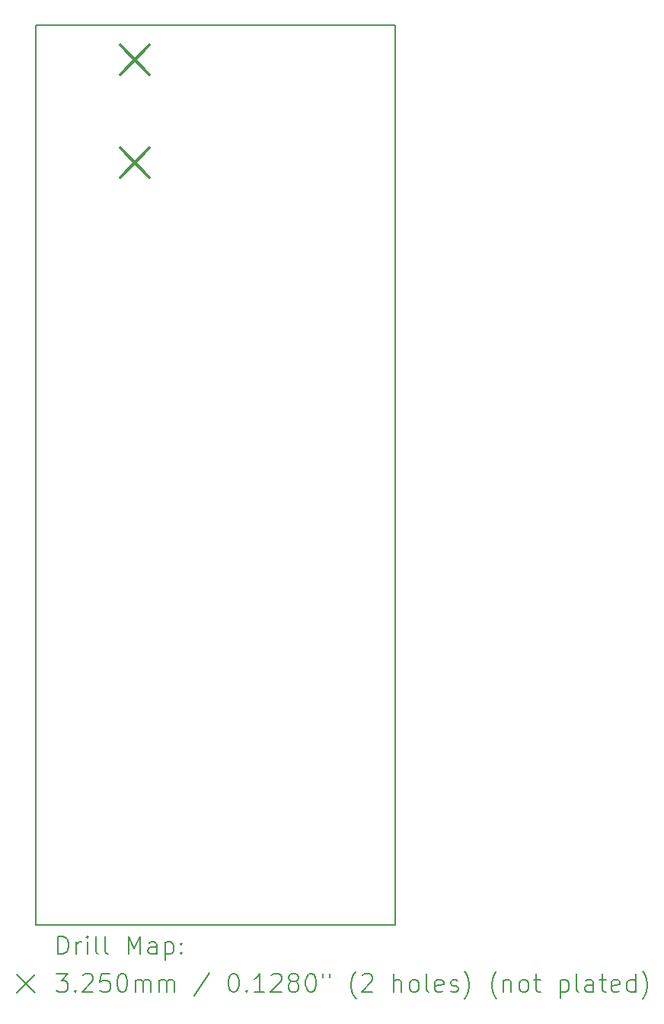
<source format=gbr>
%TF.GenerationSoftware,KiCad,Pcbnew,8.0.1*%
%TF.CreationDate,2024-10-08T23:28:39-07:00*%
%TF.ProjectId,POEPico,504f4550-6963-46f2-9e6b-696361645f70,rev?*%
%TF.SameCoordinates,Original*%
%TF.FileFunction,Drillmap*%
%TF.FilePolarity,Positive*%
%FSLAX45Y45*%
G04 Gerber Fmt 4.5, Leading zero omitted, Abs format (unit mm)*
G04 Created by KiCad (PCBNEW 8.0.1) date 2024-10-08 23:28:39*
%MOMM*%
%LPD*%
G01*
G04 APERTURE LIST*
%ADD10C,0.200000*%
%ADD11C,0.325000*%
G04 APERTURE END LIST*
D10*
X11436150Y-2546663D02*
X15436150Y-2546663D01*
X15436150Y-12546663D01*
X11436150Y-12546663D01*
X11436150Y-2546663D01*
D11*
X12376340Y-2767263D02*
X12701340Y-3092263D01*
X12701340Y-2767263D02*
X12376340Y-3092263D01*
X12376340Y-3910263D02*
X12701340Y-4235263D01*
X12701340Y-3910263D02*
X12376340Y-4235263D01*
D10*
X11686927Y-12868147D02*
X11686927Y-12668147D01*
X11686927Y-12668147D02*
X11734546Y-12668147D01*
X11734546Y-12668147D02*
X11763117Y-12677670D01*
X11763117Y-12677670D02*
X11782165Y-12696718D01*
X11782165Y-12696718D02*
X11791689Y-12715766D01*
X11791689Y-12715766D02*
X11801213Y-12753861D01*
X11801213Y-12753861D02*
X11801213Y-12782432D01*
X11801213Y-12782432D02*
X11791689Y-12820528D01*
X11791689Y-12820528D02*
X11782165Y-12839575D01*
X11782165Y-12839575D02*
X11763117Y-12858623D01*
X11763117Y-12858623D02*
X11734546Y-12868147D01*
X11734546Y-12868147D02*
X11686927Y-12868147D01*
X11886927Y-12868147D02*
X11886927Y-12734813D01*
X11886927Y-12772909D02*
X11896451Y-12753861D01*
X11896451Y-12753861D02*
X11905974Y-12744337D01*
X11905974Y-12744337D02*
X11925022Y-12734813D01*
X11925022Y-12734813D02*
X11944070Y-12734813D01*
X12010736Y-12868147D02*
X12010736Y-12734813D01*
X12010736Y-12668147D02*
X12001213Y-12677670D01*
X12001213Y-12677670D02*
X12010736Y-12687194D01*
X12010736Y-12687194D02*
X12020260Y-12677670D01*
X12020260Y-12677670D02*
X12010736Y-12668147D01*
X12010736Y-12668147D02*
X12010736Y-12687194D01*
X12134546Y-12868147D02*
X12115498Y-12858623D01*
X12115498Y-12858623D02*
X12105974Y-12839575D01*
X12105974Y-12839575D02*
X12105974Y-12668147D01*
X12239308Y-12868147D02*
X12220260Y-12858623D01*
X12220260Y-12858623D02*
X12210736Y-12839575D01*
X12210736Y-12839575D02*
X12210736Y-12668147D01*
X12467879Y-12868147D02*
X12467879Y-12668147D01*
X12467879Y-12668147D02*
X12534546Y-12811004D01*
X12534546Y-12811004D02*
X12601213Y-12668147D01*
X12601213Y-12668147D02*
X12601213Y-12868147D01*
X12782165Y-12868147D02*
X12782165Y-12763385D01*
X12782165Y-12763385D02*
X12772641Y-12744337D01*
X12772641Y-12744337D02*
X12753594Y-12734813D01*
X12753594Y-12734813D02*
X12715498Y-12734813D01*
X12715498Y-12734813D02*
X12696451Y-12744337D01*
X12782165Y-12858623D02*
X12763117Y-12868147D01*
X12763117Y-12868147D02*
X12715498Y-12868147D01*
X12715498Y-12868147D02*
X12696451Y-12858623D01*
X12696451Y-12858623D02*
X12686927Y-12839575D01*
X12686927Y-12839575D02*
X12686927Y-12820528D01*
X12686927Y-12820528D02*
X12696451Y-12801480D01*
X12696451Y-12801480D02*
X12715498Y-12791956D01*
X12715498Y-12791956D02*
X12763117Y-12791956D01*
X12763117Y-12791956D02*
X12782165Y-12782432D01*
X12877403Y-12734813D02*
X12877403Y-12934813D01*
X12877403Y-12744337D02*
X12896451Y-12734813D01*
X12896451Y-12734813D02*
X12934546Y-12734813D01*
X12934546Y-12734813D02*
X12953594Y-12744337D01*
X12953594Y-12744337D02*
X12963117Y-12753861D01*
X12963117Y-12753861D02*
X12972641Y-12772909D01*
X12972641Y-12772909D02*
X12972641Y-12830051D01*
X12972641Y-12830051D02*
X12963117Y-12849099D01*
X12963117Y-12849099D02*
X12953594Y-12858623D01*
X12953594Y-12858623D02*
X12934546Y-12868147D01*
X12934546Y-12868147D02*
X12896451Y-12868147D01*
X12896451Y-12868147D02*
X12877403Y-12858623D01*
X13058355Y-12849099D02*
X13067879Y-12858623D01*
X13067879Y-12858623D02*
X13058355Y-12868147D01*
X13058355Y-12868147D02*
X13048832Y-12858623D01*
X13048832Y-12858623D02*
X13058355Y-12849099D01*
X13058355Y-12849099D02*
X13058355Y-12868147D01*
X13058355Y-12744337D02*
X13067879Y-12753861D01*
X13067879Y-12753861D02*
X13058355Y-12763385D01*
X13058355Y-12763385D02*
X13048832Y-12753861D01*
X13048832Y-12753861D02*
X13058355Y-12744337D01*
X13058355Y-12744337D02*
X13058355Y-12763385D01*
X11226150Y-13096663D02*
X11426150Y-13296663D01*
X11426150Y-13096663D02*
X11226150Y-13296663D01*
X11667879Y-13088147D02*
X11791689Y-13088147D01*
X11791689Y-13088147D02*
X11725022Y-13164337D01*
X11725022Y-13164337D02*
X11753594Y-13164337D01*
X11753594Y-13164337D02*
X11772641Y-13173861D01*
X11772641Y-13173861D02*
X11782165Y-13183385D01*
X11782165Y-13183385D02*
X11791689Y-13202432D01*
X11791689Y-13202432D02*
X11791689Y-13250051D01*
X11791689Y-13250051D02*
X11782165Y-13269099D01*
X11782165Y-13269099D02*
X11772641Y-13278623D01*
X11772641Y-13278623D02*
X11753594Y-13288147D01*
X11753594Y-13288147D02*
X11696451Y-13288147D01*
X11696451Y-13288147D02*
X11677403Y-13278623D01*
X11677403Y-13278623D02*
X11667879Y-13269099D01*
X11877403Y-13269099D02*
X11886927Y-13278623D01*
X11886927Y-13278623D02*
X11877403Y-13288147D01*
X11877403Y-13288147D02*
X11867879Y-13278623D01*
X11867879Y-13278623D02*
X11877403Y-13269099D01*
X11877403Y-13269099D02*
X11877403Y-13288147D01*
X11963117Y-13107194D02*
X11972641Y-13097670D01*
X11972641Y-13097670D02*
X11991689Y-13088147D01*
X11991689Y-13088147D02*
X12039308Y-13088147D01*
X12039308Y-13088147D02*
X12058355Y-13097670D01*
X12058355Y-13097670D02*
X12067879Y-13107194D01*
X12067879Y-13107194D02*
X12077403Y-13126242D01*
X12077403Y-13126242D02*
X12077403Y-13145289D01*
X12077403Y-13145289D02*
X12067879Y-13173861D01*
X12067879Y-13173861D02*
X11953594Y-13288147D01*
X11953594Y-13288147D02*
X12077403Y-13288147D01*
X12258355Y-13088147D02*
X12163117Y-13088147D01*
X12163117Y-13088147D02*
X12153594Y-13183385D01*
X12153594Y-13183385D02*
X12163117Y-13173861D01*
X12163117Y-13173861D02*
X12182165Y-13164337D01*
X12182165Y-13164337D02*
X12229784Y-13164337D01*
X12229784Y-13164337D02*
X12248832Y-13173861D01*
X12248832Y-13173861D02*
X12258355Y-13183385D01*
X12258355Y-13183385D02*
X12267879Y-13202432D01*
X12267879Y-13202432D02*
X12267879Y-13250051D01*
X12267879Y-13250051D02*
X12258355Y-13269099D01*
X12258355Y-13269099D02*
X12248832Y-13278623D01*
X12248832Y-13278623D02*
X12229784Y-13288147D01*
X12229784Y-13288147D02*
X12182165Y-13288147D01*
X12182165Y-13288147D02*
X12163117Y-13278623D01*
X12163117Y-13278623D02*
X12153594Y-13269099D01*
X12391689Y-13088147D02*
X12410736Y-13088147D01*
X12410736Y-13088147D02*
X12429784Y-13097670D01*
X12429784Y-13097670D02*
X12439308Y-13107194D01*
X12439308Y-13107194D02*
X12448832Y-13126242D01*
X12448832Y-13126242D02*
X12458355Y-13164337D01*
X12458355Y-13164337D02*
X12458355Y-13211956D01*
X12458355Y-13211956D02*
X12448832Y-13250051D01*
X12448832Y-13250051D02*
X12439308Y-13269099D01*
X12439308Y-13269099D02*
X12429784Y-13278623D01*
X12429784Y-13278623D02*
X12410736Y-13288147D01*
X12410736Y-13288147D02*
X12391689Y-13288147D01*
X12391689Y-13288147D02*
X12372641Y-13278623D01*
X12372641Y-13278623D02*
X12363117Y-13269099D01*
X12363117Y-13269099D02*
X12353594Y-13250051D01*
X12353594Y-13250051D02*
X12344070Y-13211956D01*
X12344070Y-13211956D02*
X12344070Y-13164337D01*
X12344070Y-13164337D02*
X12353594Y-13126242D01*
X12353594Y-13126242D02*
X12363117Y-13107194D01*
X12363117Y-13107194D02*
X12372641Y-13097670D01*
X12372641Y-13097670D02*
X12391689Y-13088147D01*
X12544070Y-13288147D02*
X12544070Y-13154813D01*
X12544070Y-13173861D02*
X12553594Y-13164337D01*
X12553594Y-13164337D02*
X12572641Y-13154813D01*
X12572641Y-13154813D02*
X12601213Y-13154813D01*
X12601213Y-13154813D02*
X12620260Y-13164337D01*
X12620260Y-13164337D02*
X12629784Y-13183385D01*
X12629784Y-13183385D02*
X12629784Y-13288147D01*
X12629784Y-13183385D02*
X12639308Y-13164337D01*
X12639308Y-13164337D02*
X12658355Y-13154813D01*
X12658355Y-13154813D02*
X12686927Y-13154813D01*
X12686927Y-13154813D02*
X12705975Y-13164337D01*
X12705975Y-13164337D02*
X12715498Y-13183385D01*
X12715498Y-13183385D02*
X12715498Y-13288147D01*
X12810736Y-13288147D02*
X12810736Y-13154813D01*
X12810736Y-13173861D02*
X12820260Y-13164337D01*
X12820260Y-13164337D02*
X12839308Y-13154813D01*
X12839308Y-13154813D02*
X12867879Y-13154813D01*
X12867879Y-13154813D02*
X12886927Y-13164337D01*
X12886927Y-13164337D02*
X12896451Y-13183385D01*
X12896451Y-13183385D02*
X12896451Y-13288147D01*
X12896451Y-13183385D02*
X12905975Y-13164337D01*
X12905975Y-13164337D02*
X12925022Y-13154813D01*
X12925022Y-13154813D02*
X12953594Y-13154813D01*
X12953594Y-13154813D02*
X12972641Y-13164337D01*
X12972641Y-13164337D02*
X12982165Y-13183385D01*
X12982165Y-13183385D02*
X12982165Y-13288147D01*
X13372641Y-13078623D02*
X13201213Y-13335766D01*
X13629784Y-13088147D02*
X13648832Y-13088147D01*
X13648832Y-13088147D02*
X13667879Y-13097670D01*
X13667879Y-13097670D02*
X13677403Y-13107194D01*
X13677403Y-13107194D02*
X13686927Y-13126242D01*
X13686927Y-13126242D02*
X13696451Y-13164337D01*
X13696451Y-13164337D02*
X13696451Y-13211956D01*
X13696451Y-13211956D02*
X13686927Y-13250051D01*
X13686927Y-13250051D02*
X13677403Y-13269099D01*
X13677403Y-13269099D02*
X13667879Y-13278623D01*
X13667879Y-13278623D02*
X13648832Y-13288147D01*
X13648832Y-13288147D02*
X13629784Y-13288147D01*
X13629784Y-13288147D02*
X13610737Y-13278623D01*
X13610737Y-13278623D02*
X13601213Y-13269099D01*
X13601213Y-13269099D02*
X13591689Y-13250051D01*
X13591689Y-13250051D02*
X13582165Y-13211956D01*
X13582165Y-13211956D02*
X13582165Y-13164337D01*
X13582165Y-13164337D02*
X13591689Y-13126242D01*
X13591689Y-13126242D02*
X13601213Y-13107194D01*
X13601213Y-13107194D02*
X13610737Y-13097670D01*
X13610737Y-13097670D02*
X13629784Y-13088147D01*
X13782165Y-13269099D02*
X13791689Y-13278623D01*
X13791689Y-13278623D02*
X13782165Y-13288147D01*
X13782165Y-13288147D02*
X13772641Y-13278623D01*
X13772641Y-13278623D02*
X13782165Y-13269099D01*
X13782165Y-13269099D02*
X13782165Y-13288147D01*
X13982165Y-13288147D02*
X13867879Y-13288147D01*
X13925022Y-13288147D02*
X13925022Y-13088147D01*
X13925022Y-13088147D02*
X13905975Y-13116718D01*
X13905975Y-13116718D02*
X13886927Y-13135766D01*
X13886927Y-13135766D02*
X13867879Y-13145289D01*
X14058356Y-13107194D02*
X14067879Y-13097670D01*
X14067879Y-13097670D02*
X14086927Y-13088147D01*
X14086927Y-13088147D02*
X14134546Y-13088147D01*
X14134546Y-13088147D02*
X14153594Y-13097670D01*
X14153594Y-13097670D02*
X14163118Y-13107194D01*
X14163118Y-13107194D02*
X14172641Y-13126242D01*
X14172641Y-13126242D02*
X14172641Y-13145289D01*
X14172641Y-13145289D02*
X14163118Y-13173861D01*
X14163118Y-13173861D02*
X14048832Y-13288147D01*
X14048832Y-13288147D02*
X14172641Y-13288147D01*
X14286927Y-13173861D02*
X14267879Y-13164337D01*
X14267879Y-13164337D02*
X14258356Y-13154813D01*
X14258356Y-13154813D02*
X14248832Y-13135766D01*
X14248832Y-13135766D02*
X14248832Y-13126242D01*
X14248832Y-13126242D02*
X14258356Y-13107194D01*
X14258356Y-13107194D02*
X14267879Y-13097670D01*
X14267879Y-13097670D02*
X14286927Y-13088147D01*
X14286927Y-13088147D02*
X14325022Y-13088147D01*
X14325022Y-13088147D02*
X14344070Y-13097670D01*
X14344070Y-13097670D02*
X14353594Y-13107194D01*
X14353594Y-13107194D02*
X14363118Y-13126242D01*
X14363118Y-13126242D02*
X14363118Y-13135766D01*
X14363118Y-13135766D02*
X14353594Y-13154813D01*
X14353594Y-13154813D02*
X14344070Y-13164337D01*
X14344070Y-13164337D02*
X14325022Y-13173861D01*
X14325022Y-13173861D02*
X14286927Y-13173861D01*
X14286927Y-13173861D02*
X14267879Y-13183385D01*
X14267879Y-13183385D02*
X14258356Y-13192909D01*
X14258356Y-13192909D02*
X14248832Y-13211956D01*
X14248832Y-13211956D02*
X14248832Y-13250051D01*
X14248832Y-13250051D02*
X14258356Y-13269099D01*
X14258356Y-13269099D02*
X14267879Y-13278623D01*
X14267879Y-13278623D02*
X14286927Y-13288147D01*
X14286927Y-13288147D02*
X14325022Y-13288147D01*
X14325022Y-13288147D02*
X14344070Y-13278623D01*
X14344070Y-13278623D02*
X14353594Y-13269099D01*
X14353594Y-13269099D02*
X14363118Y-13250051D01*
X14363118Y-13250051D02*
X14363118Y-13211956D01*
X14363118Y-13211956D02*
X14353594Y-13192909D01*
X14353594Y-13192909D02*
X14344070Y-13183385D01*
X14344070Y-13183385D02*
X14325022Y-13173861D01*
X14486927Y-13088147D02*
X14505975Y-13088147D01*
X14505975Y-13088147D02*
X14525022Y-13097670D01*
X14525022Y-13097670D02*
X14534546Y-13107194D01*
X14534546Y-13107194D02*
X14544070Y-13126242D01*
X14544070Y-13126242D02*
X14553594Y-13164337D01*
X14553594Y-13164337D02*
X14553594Y-13211956D01*
X14553594Y-13211956D02*
X14544070Y-13250051D01*
X14544070Y-13250051D02*
X14534546Y-13269099D01*
X14534546Y-13269099D02*
X14525022Y-13278623D01*
X14525022Y-13278623D02*
X14505975Y-13288147D01*
X14505975Y-13288147D02*
X14486927Y-13288147D01*
X14486927Y-13288147D02*
X14467879Y-13278623D01*
X14467879Y-13278623D02*
X14458356Y-13269099D01*
X14458356Y-13269099D02*
X14448832Y-13250051D01*
X14448832Y-13250051D02*
X14439308Y-13211956D01*
X14439308Y-13211956D02*
X14439308Y-13164337D01*
X14439308Y-13164337D02*
X14448832Y-13126242D01*
X14448832Y-13126242D02*
X14458356Y-13107194D01*
X14458356Y-13107194D02*
X14467879Y-13097670D01*
X14467879Y-13097670D02*
X14486927Y-13088147D01*
X14629784Y-13088147D02*
X14629784Y-13126242D01*
X14705975Y-13088147D02*
X14705975Y-13126242D01*
X15001213Y-13364337D02*
X14991689Y-13354813D01*
X14991689Y-13354813D02*
X14972641Y-13326242D01*
X14972641Y-13326242D02*
X14963118Y-13307194D01*
X14963118Y-13307194D02*
X14953594Y-13278623D01*
X14953594Y-13278623D02*
X14944070Y-13231004D01*
X14944070Y-13231004D02*
X14944070Y-13192909D01*
X14944070Y-13192909D02*
X14953594Y-13145289D01*
X14953594Y-13145289D02*
X14963118Y-13116718D01*
X14963118Y-13116718D02*
X14972641Y-13097670D01*
X14972641Y-13097670D02*
X14991689Y-13069099D01*
X14991689Y-13069099D02*
X15001213Y-13059575D01*
X15067880Y-13107194D02*
X15077403Y-13097670D01*
X15077403Y-13097670D02*
X15096451Y-13088147D01*
X15096451Y-13088147D02*
X15144070Y-13088147D01*
X15144070Y-13088147D02*
X15163118Y-13097670D01*
X15163118Y-13097670D02*
X15172641Y-13107194D01*
X15172641Y-13107194D02*
X15182165Y-13126242D01*
X15182165Y-13126242D02*
X15182165Y-13145289D01*
X15182165Y-13145289D02*
X15172641Y-13173861D01*
X15172641Y-13173861D02*
X15058356Y-13288147D01*
X15058356Y-13288147D02*
X15182165Y-13288147D01*
X15420261Y-13288147D02*
X15420261Y-13088147D01*
X15505975Y-13288147D02*
X15505975Y-13183385D01*
X15505975Y-13183385D02*
X15496451Y-13164337D01*
X15496451Y-13164337D02*
X15477403Y-13154813D01*
X15477403Y-13154813D02*
X15448832Y-13154813D01*
X15448832Y-13154813D02*
X15429784Y-13164337D01*
X15429784Y-13164337D02*
X15420261Y-13173861D01*
X15629784Y-13288147D02*
X15610737Y-13278623D01*
X15610737Y-13278623D02*
X15601213Y-13269099D01*
X15601213Y-13269099D02*
X15591689Y-13250051D01*
X15591689Y-13250051D02*
X15591689Y-13192909D01*
X15591689Y-13192909D02*
X15601213Y-13173861D01*
X15601213Y-13173861D02*
X15610737Y-13164337D01*
X15610737Y-13164337D02*
X15629784Y-13154813D01*
X15629784Y-13154813D02*
X15658356Y-13154813D01*
X15658356Y-13154813D02*
X15677403Y-13164337D01*
X15677403Y-13164337D02*
X15686927Y-13173861D01*
X15686927Y-13173861D02*
X15696451Y-13192909D01*
X15696451Y-13192909D02*
X15696451Y-13250051D01*
X15696451Y-13250051D02*
X15686927Y-13269099D01*
X15686927Y-13269099D02*
X15677403Y-13278623D01*
X15677403Y-13278623D02*
X15658356Y-13288147D01*
X15658356Y-13288147D02*
X15629784Y-13288147D01*
X15810737Y-13288147D02*
X15791689Y-13278623D01*
X15791689Y-13278623D02*
X15782165Y-13259575D01*
X15782165Y-13259575D02*
X15782165Y-13088147D01*
X15963118Y-13278623D02*
X15944070Y-13288147D01*
X15944070Y-13288147D02*
X15905975Y-13288147D01*
X15905975Y-13288147D02*
X15886927Y-13278623D01*
X15886927Y-13278623D02*
X15877403Y-13259575D01*
X15877403Y-13259575D02*
X15877403Y-13183385D01*
X15877403Y-13183385D02*
X15886927Y-13164337D01*
X15886927Y-13164337D02*
X15905975Y-13154813D01*
X15905975Y-13154813D02*
X15944070Y-13154813D01*
X15944070Y-13154813D02*
X15963118Y-13164337D01*
X15963118Y-13164337D02*
X15972642Y-13183385D01*
X15972642Y-13183385D02*
X15972642Y-13202432D01*
X15972642Y-13202432D02*
X15877403Y-13221480D01*
X16048832Y-13278623D02*
X16067880Y-13288147D01*
X16067880Y-13288147D02*
X16105975Y-13288147D01*
X16105975Y-13288147D02*
X16125023Y-13278623D01*
X16125023Y-13278623D02*
X16134546Y-13259575D01*
X16134546Y-13259575D02*
X16134546Y-13250051D01*
X16134546Y-13250051D02*
X16125023Y-13231004D01*
X16125023Y-13231004D02*
X16105975Y-13221480D01*
X16105975Y-13221480D02*
X16077403Y-13221480D01*
X16077403Y-13221480D02*
X16058356Y-13211956D01*
X16058356Y-13211956D02*
X16048832Y-13192909D01*
X16048832Y-13192909D02*
X16048832Y-13183385D01*
X16048832Y-13183385D02*
X16058356Y-13164337D01*
X16058356Y-13164337D02*
X16077403Y-13154813D01*
X16077403Y-13154813D02*
X16105975Y-13154813D01*
X16105975Y-13154813D02*
X16125023Y-13164337D01*
X16201213Y-13364337D02*
X16210737Y-13354813D01*
X16210737Y-13354813D02*
X16229784Y-13326242D01*
X16229784Y-13326242D02*
X16239308Y-13307194D01*
X16239308Y-13307194D02*
X16248832Y-13278623D01*
X16248832Y-13278623D02*
X16258356Y-13231004D01*
X16258356Y-13231004D02*
X16258356Y-13192909D01*
X16258356Y-13192909D02*
X16248832Y-13145289D01*
X16248832Y-13145289D02*
X16239308Y-13116718D01*
X16239308Y-13116718D02*
X16229784Y-13097670D01*
X16229784Y-13097670D02*
X16210737Y-13069099D01*
X16210737Y-13069099D02*
X16201213Y-13059575D01*
X16563118Y-13364337D02*
X16553594Y-13354813D01*
X16553594Y-13354813D02*
X16534546Y-13326242D01*
X16534546Y-13326242D02*
X16525023Y-13307194D01*
X16525023Y-13307194D02*
X16515499Y-13278623D01*
X16515499Y-13278623D02*
X16505975Y-13231004D01*
X16505975Y-13231004D02*
X16505975Y-13192909D01*
X16505975Y-13192909D02*
X16515499Y-13145289D01*
X16515499Y-13145289D02*
X16525023Y-13116718D01*
X16525023Y-13116718D02*
X16534546Y-13097670D01*
X16534546Y-13097670D02*
X16553594Y-13069099D01*
X16553594Y-13069099D02*
X16563118Y-13059575D01*
X16639308Y-13154813D02*
X16639308Y-13288147D01*
X16639308Y-13173861D02*
X16648832Y-13164337D01*
X16648832Y-13164337D02*
X16667880Y-13154813D01*
X16667880Y-13154813D02*
X16696451Y-13154813D01*
X16696451Y-13154813D02*
X16715499Y-13164337D01*
X16715499Y-13164337D02*
X16725023Y-13183385D01*
X16725023Y-13183385D02*
X16725023Y-13288147D01*
X16848832Y-13288147D02*
X16829785Y-13278623D01*
X16829785Y-13278623D02*
X16820261Y-13269099D01*
X16820261Y-13269099D02*
X16810737Y-13250051D01*
X16810737Y-13250051D02*
X16810737Y-13192909D01*
X16810737Y-13192909D02*
X16820261Y-13173861D01*
X16820261Y-13173861D02*
X16829785Y-13164337D01*
X16829785Y-13164337D02*
X16848832Y-13154813D01*
X16848832Y-13154813D02*
X16877404Y-13154813D01*
X16877404Y-13154813D02*
X16896451Y-13164337D01*
X16896451Y-13164337D02*
X16905975Y-13173861D01*
X16905975Y-13173861D02*
X16915499Y-13192909D01*
X16915499Y-13192909D02*
X16915499Y-13250051D01*
X16915499Y-13250051D02*
X16905975Y-13269099D01*
X16905975Y-13269099D02*
X16896451Y-13278623D01*
X16896451Y-13278623D02*
X16877404Y-13288147D01*
X16877404Y-13288147D02*
X16848832Y-13288147D01*
X16972642Y-13154813D02*
X17048832Y-13154813D01*
X17001213Y-13088147D02*
X17001213Y-13259575D01*
X17001213Y-13259575D02*
X17010737Y-13278623D01*
X17010737Y-13278623D02*
X17029785Y-13288147D01*
X17029785Y-13288147D02*
X17048832Y-13288147D01*
X17267880Y-13154813D02*
X17267880Y-13354813D01*
X17267880Y-13164337D02*
X17286927Y-13154813D01*
X17286927Y-13154813D02*
X17325023Y-13154813D01*
X17325023Y-13154813D02*
X17344070Y-13164337D01*
X17344070Y-13164337D02*
X17353594Y-13173861D01*
X17353594Y-13173861D02*
X17363118Y-13192909D01*
X17363118Y-13192909D02*
X17363118Y-13250051D01*
X17363118Y-13250051D02*
X17353594Y-13269099D01*
X17353594Y-13269099D02*
X17344070Y-13278623D01*
X17344070Y-13278623D02*
X17325023Y-13288147D01*
X17325023Y-13288147D02*
X17286927Y-13288147D01*
X17286927Y-13288147D02*
X17267880Y-13278623D01*
X17477404Y-13288147D02*
X17458356Y-13278623D01*
X17458356Y-13278623D02*
X17448832Y-13259575D01*
X17448832Y-13259575D02*
X17448832Y-13088147D01*
X17639308Y-13288147D02*
X17639308Y-13183385D01*
X17639308Y-13183385D02*
X17629785Y-13164337D01*
X17629785Y-13164337D02*
X17610737Y-13154813D01*
X17610737Y-13154813D02*
X17572642Y-13154813D01*
X17572642Y-13154813D02*
X17553594Y-13164337D01*
X17639308Y-13278623D02*
X17620261Y-13288147D01*
X17620261Y-13288147D02*
X17572642Y-13288147D01*
X17572642Y-13288147D02*
X17553594Y-13278623D01*
X17553594Y-13278623D02*
X17544070Y-13259575D01*
X17544070Y-13259575D02*
X17544070Y-13240528D01*
X17544070Y-13240528D02*
X17553594Y-13221480D01*
X17553594Y-13221480D02*
X17572642Y-13211956D01*
X17572642Y-13211956D02*
X17620261Y-13211956D01*
X17620261Y-13211956D02*
X17639308Y-13202432D01*
X17705975Y-13154813D02*
X17782166Y-13154813D01*
X17734547Y-13088147D02*
X17734547Y-13259575D01*
X17734547Y-13259575D02*
X17744070Y-13278623D01*
X17744070Y-13278623D02*
X17763118Y-13288147D01*
X17763118Y-13288147D02*
X17782166Y-13288147D01*
X17925023Y-13278623D02*
X17905975Y-13288147D01*
X17905975Y-13288147D02*
X17867880Y-13288147D01*
X17867880Y-13288147D02*
X17848832Y-13278623D01*
X17848832Y-13278623D02*
X17839308Y-13259575D01*
X17839308Y-13259575D02*
X17839308Y-13183385D01*
X17839308Y-13183385D02*
X17848832Y-13164337D01*
X17848832Y-13164337D02*
X17867880Y-13154813D01*
X17867880Y-13154813D02*
X17905975Y-13154813D01*
X17905975Y-13154813D02*
X17925023Y-13164337D01*
X17925023Y-13164337D02*
X17934547Y-13183385D01*
X17934547Y-13183385D02*
X17934547Y-13202432D01*
X17934547Y-13202432D02*
X17839308Y-13221480D01*
X18105975Y-13288147D02*
X18105975Y-13088147D01*
X18105975Y-13278623D02*
X18086928Y-13288147D01*
X18086928Y-13288147D02*
X18048832Y-13288147D01*
X18048832Y-13288147D02*
X18029785Y-13278623D01*
X18029785Y-13278623D02*
X18020261Y-13269099D01*
X18020261Y-13269099D02*
X18010737Y-13250051D01*
X18010737Y-13250051D02*
X18010737Y-13192909D01*
X18010737Y-13192909D02*
X18020261Y-13173861D01*
X18020261Y-13173861D02*
X18029785Y-13164337D01*
X18029785Y-13164337D02*
X18048832Y-13154813D01*
X18048832Y-13154813D02*
X18086928Y-13154813D01*
X18086928Y-13154813D02*
X18105975Y-13164337D01*
X18182166Y-13364337D02*
X18191689Y-13354813D01*
X18191689Y-13354813D02*
X18210737Y-13326242D01*
X18210737Y-13326242D02*
X18220261Y-13307194D01*
X18220261Y-13307194D02*
X18229785Y-13278623D01*
X18229785Y-13278623D02*
X18239308Y-13231004D01*
X18239308Y-13231004D02*
X18239308Y-13192909D01*
X18239308Y-13192909D02*
X18229785Y-13145289D01*
X18229785Y-13145289D02*
X18220261Y-13116718D01*
X18220261Y-13116718D02*
X18210737Y-13097670D01*
X18210737Y-13097670D02*
X18191689Y-13069099D01*
X18191689Y-13069099D02*
X18182166Y-13059575D01*
M02*

</source>
